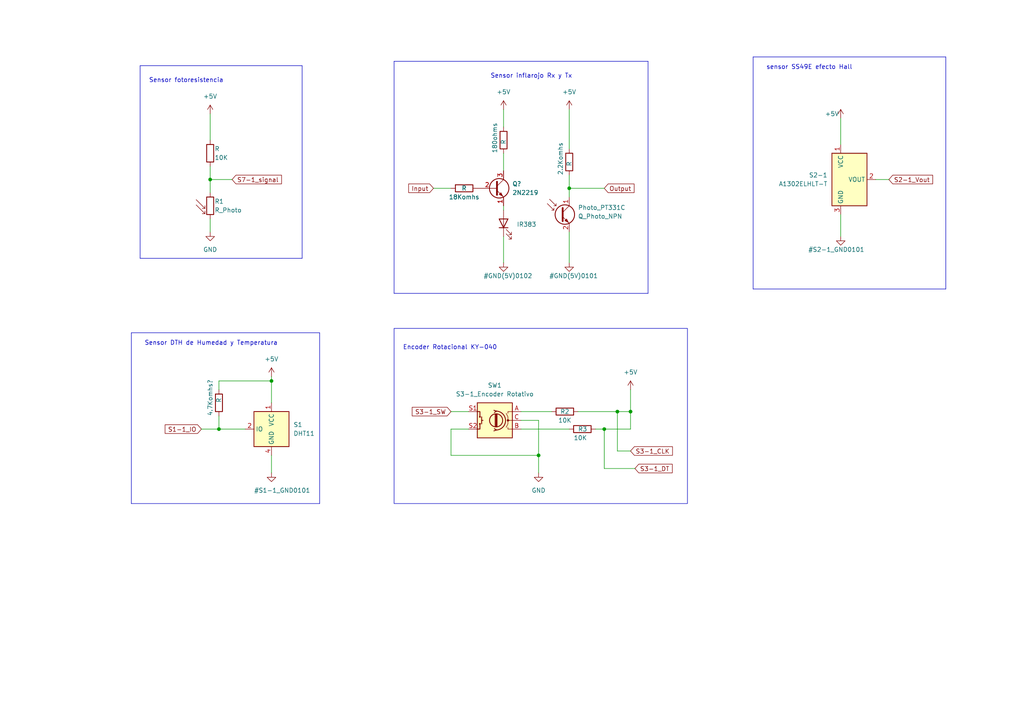
<source format=kicad_sch>
(kicad_sch (version 20230121) (generator eeschema)
  (paper "A4")
  (lib_symbols
    (symbol "+5V_1" (power) (pin_names (offset 0))
      (property "Value" "+5V_1" (at 0 3.556 0))
      (symbol "+5V_1_0_1"
        (polyline (pts (xy -0.762 1.27) (xy 0 2.54)))
        (polyline (pts (xy 0 0) (xy 0 2.54)))
        (polyline (pts (xy 0 2.54) (xy 0.762 1.27)))
      )
      (symbol "+5V_1_1_1"
        (pin power_in line (at 0 0 90) (length 0) hide (name "+5V") (number "1"))
      )
    )
    (symbol "+5V_2" (power) (pin_names (offset 0))
      (property "Value" "+5V_2" (at 0 3.556 0))
      (symbol "+5V_2_0_1"
        (polyline (pts (xy -0.762 1.27) (xy 0 2.54)))
        (polyline (pts (xy 0 0) (xy 0 2.54)))
        (polyline (pts (xy 0 2.54) (xy 0.762 1.27)))
      )
      (symbol "+5V_2_1_1"
        (pin power_in line (at 0 0 90) (length 0) hide (name "+5V") (number "1"))
      )
    )
    (symbol "Device:Q_Photo_NPN" (pin_names (offset 0) hide)
      (property "Reference" "Q" (at 5.08 1.27 0))
      (property "Value" "Q_Photo_NPN" (at 5.08 -1.27 0))
      (symbol "Q_Photo_NPN_0_1"
        (polyline (pts (xy -1.905 1.27) (xy -2.54 1.27)))
        (polyline (pts (xy -1.27 2.54) (xy -1.905 2.54)))
        (polyline (pts (xy 0.635 0.635) (xy 2.54 2.54)))
        (polyline (pts (xy -3.81 3.175) (xy -1.905 1.27) (xy -1.905 1.905)))
        (polyline (pts (xy -3.175 4.445) (xy -1.27 2.54) (xy -1.27 3.175)))
        (polyline (pts (xy 0.635 -0.635) (xy 2.54 -2.54) (xy 2.54 -2.54)))
        (polyline (pts (xy 0.635 1.905) (xy 0.635 -1.905) (xy 0.635 -1.905)) (stroke (width 0.508)))
        (polyline (pts (xy 1.27 -1.778) (xy 1.778 -1.27) (xy 2.286 -2.286) (xy 1.27 -1.778) (xy 1.27 -1.778)) (fill (type outline)))
        (circle (center 1.27 0) (radius 2.8194) (stroke (width 0.254)))
      )
      (symbol "Q_Photo_NPN_1_1"
        (pin passive line (at 2.54 5.08 270) (length 2.54) (name "C") (number "1"))
        (pin passive line (at 2.54 -5.08 90) (length 2.54) (name "E") (number "2"))
      )
    )
    (symbol "Device:R" (pin_numbers hide) (pin_names (offset 0))
      (property "Reference" "R" (at 2.032 0 90))
      (property "Value" "R" (at 0 0 90))
      (symbol "R_0_1"
        (rectangle (start -1.016 -2.54) (end 1.016 2.54) (stroke (width 0.254)))
      )
      (symbol "R_1_1"
        (pin passive line (at 0 3.81 270) (length 1.27) (name "~") (number "1"))
        (pin passive line (at 0 -3.81 90) (length 1.27) (name "~") (number "2"))
      )
    )
    (symbol "Device:R_Photo" (pin_numbers hide) (pin_names (offset 0))
      (property "Reference" "R" (at 1.27 1.27 0))
      (property "Value" "R_Photo" (at 1.27 0 0))
      (symbol "R_Photo_0_1"
        (rectangle (start -1.016 2.54) (end 1.016 -2.54) (stroke (width 0.254)))
        (polyline (pts (xy -1.524 -2.286) (xy -4.064 0.254)))
        (polyline (pts (xy -1.524 -2.286) (xy -2.286 -2.286)))
        (polyline (pts (xy -1.524 -2.286) (xy -1.524 -1.524)))
        (polyline (pts (xy -1.524 -0.762) (xy -4.064 1.778)))
        (polyline (pts (xy -1.524 -0.762) (xy -2.286 -0.762)))
        (polyline (pts (xy -1.524 -0.762) (xy -1.524 0)))
      )
      (symbol "R_Photo_1_1"
        (pin passive line (at 0 3.81 270) (length 1.27) (name "~") (number "1"))
        (pin passive line (at 0 -3.81 90) (length 1.27) (name "~") (number "2"))
      )
    )
    (symbol "Device:RotaryEncoder_Switch" (pin_names (offset 0.254) hide)
      (property "Reference" "SW" (at 0 6.604 0))
      (property "Value" "RotaryEncoder_Switch" (at 0 -6.604 0))
      (symbol "RotaryEncoder_Switch_0_1"
        (rectangle (start -5.08 5.08) (end 5.08 -5.08) (stroke (width 0.254)) (fill (type background)))
        (circle (center -3.81 0) (radius 0.254) (fill (type outline)))
        (circle (center -0.381 0) (radius 1.905) (stroke (width 0.254)))
        (arc (start -0.381 2.667) (mid -3.0988 -0.0635) (end -0.381 -2.794) (stroke (width 0.254)))
        (polyline (pts (xy -0.635 -1.778) (xy -0.635 1.778)) (stroke (width 0.254)))
        (polyline (pts (xy -0.381 -1.778) (xy -0.381 1.778)) (stroke (width 0.254)))
        (polyline (pts (xy -0.127 1.778) (xy -0.127 -1.778)) (stroke (width 0.254)))
        (polyline (pts (xy 3.81 0) (xy 3.429 0)) (stroke (width 0.254)))
        (polyline (pts (xy 3.81 1.016) (xy 3.81 -1.016)) (stroke (width 0.254)))
        (polyline (pts (xy -5.08 -2.54) (xy -3.81 -2.54) (xy -3.81 -2.032)))
        (polyline (pts (xy -5.08 2.54) (xy -3.81 2.54) (xy -3.81 2.032)))
        (polyline (pts (xy 0.254 -3.048) (xy -0.508 -2.794) (xy 0.127 -2.413)) (stroke (width 0.254)))
        (polyline (pts (xy 0.254 2.921) (xy -0.508 2.667) (xy 0.127 2.286)) (stroke (width 0.254)))
        (polyline (pts (xy 5.08 -2.54) (xy 4.318 -2.54) (xy 4.318 -1.016)) (stroke (width 0.254)))
        (polyline (pts (xy 5.08 2.54) (xy 4.318 2.54) (xy 4.318 1.016)) (stroke (width 0.254)))
        (polyline (pts (xy -5.08 0) (xy -3.81 0) (xy -3.81 -1.016) (xy -3.302 -2.032)))
        (polyline (pts (xy -4.318 0) (xy -3.81 0) (xy -3.81 1.016) (xy -3.302 2.032)))
        (circle (center 4.318 -1.016) (radius 0.127) (stroke (width 0.254)))
        (circle (center 4.318 1.016) (radius 0.127) (stroke (width 0.254)))
      )
      (symbol "RotaryEncoder_Switch_1_1"
        (pin passive line (at -7.62 2.54 0) (length 2.54) (name "A") (number "A"))
        (pin passive line (at -7.62 -2.54 0) (length 2.54) (name "B") (number "B"))
        (pin passive line (at -7.62 0 0) (length 2.54) (name "C") (number "C"))
        (pin passive line (at 7.62 2.54 180) (length 2.54) (name "S1") (number "S1"))
        (pin passive line (at 7.62 -2.54 180) (length 2.54) (name "S2") (number "S2"))
      )
    )
    (symbol "GND_1" (power) (pin_names (offset 0))
      (property "Value" "GND_1" (at 0 -3.81 0))
      (symbol "GND_1_0_1"
        (polyline (pts (xy 0 0) (xy 0 -1.27) (xy 1.27 -1.27) (xy 0 -2.54) (xy -1.27 -1.27) (xy 0 -1.27)))
      )
      (symbol "GND_1_1_1"
        (pin power_in line (at 0 0 270) (length 0) hide (name "GND") (number "1"))
      )
    )
    (symbol "GND_2" (power) (pin_names (offset 0))
      (property "Value" "GND_2" (at 0 -3.81 0))
      (symbol "GND_2_0_1"
        (polyline (pts (xy 0 0) (xy 0 -1.27) (xy 1.27 -1.27) (xy 0 -2.54) (xy -1.27 -1.27) (xy 0 -1.27)))
      )
      (symbol "GND_2_1_1"
        (pin power_in line (at 0 0 270) (length 0) hide (name "GND") (number "1"))
      )
    )
    (symbol "LED:IR26-21C_L110_TR8" (pin_numbers hide) (pin_names (offset 1.016) hide)
      (property "Reference" "D" (at 0 2.54 0))
      (property "Value" "IR26-21C_L110_TR8" (at 0 -3.81 0))
      (symbol "IR26-21C_L110_TR8_0_1"
        (polyline (pts (xy -1.27 -1.27) (xy -1.27 1.27)) (stroke (width 0.254)))
        (polyline (pts (xy -1.27 0) (xy 1.27 0)))
        (polyline (pts (xy 1.27 -1.27) (xy 1.27 1.27) (xy -1.27 0) (xy 1.27 -1.27)) (stroke (width 0.254)))
        (polyline (pts (xy -3.048 -0.762) (xy -4.572 -2.286) (xy -3.81 -2.286) (xy -4.572 -2.286) (xy -4.572 -1.524)))
        (polyline (pts (xy -1.778 -0.762) (xy -3.302 -2.286) (xy -2.54 -2.286) (xy -3.302 -2.286) (xy -3.302 -1.524)))
      )
      (symbol "IR26-21C_L110_TR8_1_1"
        (pin passive line (at -3.81 0 0) (length 2.54) (name "K") (number "1"))
        (pin passive line (at 3.81 0 180) (length 2.54) (name "A") (number "2"))
      )
    )
    (symbol "Sensor:DHT11"
      (property "Reference" "U" (at -3.81 6.35 0))
      (property "Value" "DHT11" (at 3.81 6.35 0))
      (symbol "DHT11_0_1"
        (rectangle (start -5.08 5.08) (end 5.08 -5.08) (stroke (width 0.254)) (fill (type background)))
      )
      (symbol "DHT11_1_1"
        (pin power_in line (at 0 7.62 270) (length 2.54) (name "VCC") (number "1"))
        (pin bidirectional line (at 7.62 0 180) (length 2.54) (name "IO") (number "2"))
        (pin no_connect line (at -5.08 0 0) (length 2.54) hide (name "NC") (number "3"))
        (pin power_in line (at 0 -7.62 90) (length 2.54) (name "GND") (number "4"))
      )
    )
    (symbol "Sensor_Magnetic:A1302ELHLT-T"
      (property "Reference" "U" (at 0 11.43 0))
      (property "Value" "A1302ELHLT-T" (at 0 8.89 0))
      (symbol "A1302ELHLT-T_0_1"
        (rectangle (start -5.08 7.62) (end 5.08 -7.62) (stroke (width 0.254)) (fill (type background)))
      )
      (symbol "A1302ELHLT-T_1_1"
        (pin power_in line (at -2.54 10.16 270) (length 2.54) (name "VCC") (number "1"))
        (pin output line (at 7.62 0 180) (length 2.54) (name "VOUT") (number "2"))
        (pin power_in line (at -2.54 -10.16 90) (length 2.54) (name "GND") (number "3"))
      )
    )
    (symbol "Transistor_BJT:2N2219" (pin_names (offset 0) hide)
      (property "Reference" "Q" (at 5.08 1.905 0))
      (property "Value" "2N2219" (at 5.08 0 0))
      (symbol "2N2219_0_1"
        (polyline (pts (xy 0.635 0.635) (xy 2.54 2.54)))
        (polyline (pts (xy 0.635 -0.635) (xy 2.54 -2.54) (xy 2.54 -2.54)))
        (polyline (pts (xy 0.635 1.905) (xy 0.635 -1.905) (xy 0.635 -1.905)) (stroke (width 0.508)))
        (polyline (pts (xy 1.27 -1.778) (xy 1.778 -1.27) (xy 2.286 -2.286) (xy 1.27 -1.778) (xy 1.27 -1.778)) (fill (type outline)))
        (circle (center 1.27 0) (radius 2.8194) (stroke (width 0.254)))
      )
      (symbol "2N2219_1_1"
        (pin passive line (at 2.54 -5.08 90) (length 2.54) (name "E") (number "1"))
        (pin passive line (at -5.08 0 0) (length 5.715) (name "B") (number "2"))
        (pin passive line (at 2.54 5.08 270) (length 2.54) (name "C") (number "3"))
      )
    )
    (symbol "power:+5V" (power) (pin_names (offset 0))
      (property "Value" "+5V" (at 0 3.556 0))
      (symbol "+5V_0_1"
        (polyline (pts (xy -0.762 1.27) (xy 0 2.54)))
        (polyline (pts (xy 0 0) (xy 0 2.54)))
        (polyline (pts (xy 0 2.54) (xy 0.762 1.27)))
      )
      (symbol "+5V_1_1"
        (pin power_in line (at 0 0 90) (length 0) hide (name "+5V") (number "1"))
      )
    )
    (symbol "power:GND" (power) (pin_names (offset 0))
      (property "Value" "GND" (at 0 -3.81 0))
      (symbol "GND_0_1"
        (polyline (pts (xy 0 0) (xy 0 -1.27) (xy 1.27 -1.27) (xy 0 -2.54) (xy -1.27 -1.27) (xy 0 -1.27)))
      )
      (symbol "GND_1_1"
        (pin power_in line (at 0 0 270) (length 0) hide (name "GND") (number "1"))
      )
    )
  )
  (junction (at 179.07 119.38))
  (junction (at 63.5 124.46))
  (junction (at 165.1 54.61))
  (junction (at 78.74 110.49))
  (junction (at 182.88 119.38))
  (junction (at 60.96 52.07))
  (junction (at 156.21 132.08))
  (junction (at 175.26 124.46))
  (wire (pts (xy 63.5 113.03) (xy 63.5 110.49)))
  (wire (pts (xy 60.96 52.07) (xy 60.96 55.88)))
  (wire (pts (xy 167.64 119.38) (xy 179.07 119.38)))
  (wire (pts (xy 135.89 124.46) (xy 130.81 124.46)))
  (wire (pts (xy 156.21 121.92) (xy 156.21 132.08)))
  (wire (pts (xy 184.15 135.89) (xy 175.26 135.89)))
  (polyline (pts (xy 40.64 19.05) (xy 40.64 74.93)))
  (wire (pts (xy 130.81 119.38) (xy 135.89 119.38)))
  (wire (pts (xy 146.05 44.45) (xy 146.05 49.53)))
  (polyline (pts (xy 38.1 146.05) (xy 92.71 146.05)))
  (wire (pts (xy 179.07 130.81) (xy 179.07 119.38)))
  (wire (pts (xy 146.05 68.58) (xy 146.05 76.2)))
  (wire (pts (xy 182.88 119.38) (xy 182.88 124.46)))
  (wire (pts (xy 125.73 54.61) (xy 130.81 54.61)))
  (wire (pts (xy 78.74 109.22) (xy 78.74 110.49)))
  (wire (pts (xy 146.05 31.75) (xy 146.05 36.83)))
  (wire (pts (xy 165.1 50.8) (xy 165.1 54.61)))
  (polyline (pts (xy 38.1 96.52) (xy 38.1 146.05)))
  (wire (pts (xy 151.13 119.38) (xy 160.02 119.38)))
  (wire (pts (xy 254 52.07) (xy 257.81 52.07)))
  (wire (pts (xy 60.96 33.02) (xy 60.96 40.64)))
  (polyline (pts (xy 114.3 17.78) (xy 114.3 85.09)))
  (wire (pts (xy 165.1 31.75) (xy 165.1 43.18)))
  (polyline (pts (xy 218.44 83.82) (xy 274.32 83.82)))
  (polyline (pts (xy 274.32 83.82) (xy 274.32 16.51)))
  (polyline (pts (xy 40.64 19.05) (xy 87.63 19.05)))
  (polyline (pts (xy 38.1 96.52) (xy 92.71 96.52)))
  (wire (pts (xy 130.81 132.08) (xy 156.21 132.08)))
  (wire (pts (xy 78.74 110.49) (xy 78.74 116.84)))
  (wire (pts (xy 151.13 124.46) (xy 165.1 124.46)))
  (wire (pts (xy 243.84 62.23) (xy 243.84 68.58)))
  (wire (pts (xy 179.07 119.38) (xy 182.88 119.38)))
  (wire (pts (xy 175.26 124.46) (xy 182.88 124.46)))
  (wire (pts (xy 58.42 124.46) (xy 63.5 124.46)))
  (wire (pts (xy 182.88 130.81) (xy 179.07 130.81)))
  (polyline (pts (xy 40.64 74.93) (xy 87.63 74.93)))
  (wire (pts (xy 165.1 54.61) (xy 165.1 57.15)))
  (wire (pts (xy 60.96 63.5) (xy 60.96 67.31)))
  (wire (pts (xy 63.5 110.49) (xy 78.74 110.49)))
  (wire (pts (xy 60.96 48.26) (xy 60.96 52.07)))
  (wire (pts (xy 165.1 54.61) (xy 175.26 54.61)))
  (wire (pts (xy 78.74 132.08) (xy 78.74 137.16)))
  (wire (pts (xy 172.72 124.46) (xy 175.26 124.46)))
  (wire (pts (xy 60.96 52.07) (xy 67.31 52.07)))
  (wire (pts (xy 130.81 124.46) (xy 130.81 132.08)))
  (polyline (pts (xy 218.44 16.51) (xy 218.44 83.82)))
  (wire (pts (xy 146.05 59.69) (xy 146.05 60.96)))
  (wire (pts (xy 182.88 119.38) (xy 182.88 113.03)))
  (polyline (pts (xy 87.63 74.93) (xy 87.63 19.05)))
  (polyline (pts (xy 114.3 85.09) (xy 187.96 85.09)))
  (polyline (pts (xy 92.71 146.05) (xy 92.71 96.52)))
  (polyline (pts (xy 218.44 16.51) (xy 274.32 16.51)))
  (wire (pts (xy 165.1 67.31) (xy 165.1 76.2)))
  (wire (pts (xy 175.26 124.46) (xy 175.26 135.89)))
  (polyline (pts (xy 187.96 85.09) (xy 187.96 17.78)))
  (wire (pts (xy 151.13 121.92) (xy 156.21 121.92)))
  (wire (pts (xy 63.5 124.46) (xy 71.12 124.46)))
  (wire (pts (xy 243.84 34.29) (xy 243.84 41.91)))
  (wire (pts (xy 156.21 132.08) (xy 156.21 137.16)))
  (polyline (pts (xy 114.3 17.78) (xy 187.96 17.78)))
  (wire (pts (xy 63.5 120.65) (xy 63.5 124.46)))
  (rectangle (start 114.3 95.25) (end 199.39 146.05))
  (text "Encoder Rotacional KY-040\n" (at 116.84 101.6 0) (effects (font (size 1.27 1.27)) (justify left bottom)))
  (text "Sensor inflarojo Rx y Tx\n" (at 142.24 22.86 0) (effects (font (size 1.27 1.27)) (justify left bottom)))
  (text "Sensor DTH de Humedad y Temperatura\n" (at 41.91 100.33 0) (effects (font (size 1.27 1.27)) (justify left bottom)))
  (text "Sensor fotoresistencia\n" (at 43.18 24.13 0) (effects (font (size 1.27 1.27)) (justify left bottom)))
  (text "sensor SS49E efecto Hall\n" (at 222.25 20.32 0) (effects (font (size 1.27 1.27)) (justify left bottom)))
  (global_label "Input" (shape input) (at 125.73 54.61 180) (property "Intersheetrefs" "${INTERSHEET_REFS}" (effects hide)))
  (global_label "S1-1_IO" (shape input) (at 58.42 124.46 180) (property "Intersheetrefs" "${INTERSHEET_REFS}" (effects hide)))
  (global_label "S3-1_SW" (shape input) (at 130.81 119.38 180) (property "Intersheetrefs" "${INTERSHEET_REFS}" (effects hide)))
  (global_label "S2-1_Vout" (shape input) (at 257.81 52.07 0) (property "Intersheetrefs" "${INTERSHEET_REFS}" (effects hide)))
  (global_label "S7-1_signal" (shape input) (at 67.31 52.07 0) (property "Intersheetrefs" "${INTERSHEET_REFS}" (effects hide)))
  (global_label "S3-1_CLK" (shape input) (at 182.88 130.81 0) (property "Intersheetrefs" "${INTERSHEET_REFS}" (effects hide)))
  (global_label "Output" (shape input) (at 175.26 54.61 0) (property "Intersheetrefs" "${INTERSHEET_REFS}" (effects hide)))
  (global_label "S3-1_DT" (shape input) (at 184.15 135.89 0) (property "Intersheetrefs" "${INTERSHEET_REFS}" (effects hide)))
  (symbol (lib_id "Device:R") (at 63.5 116.84 0) (unit 1)
    (property "Reference" "4.7Komhs?" (at 60.96 120.65 90) (effects (justify left)))
    (property "Value" "R" (at 63.5 116.84 90) (effects (justify left)))
  )
  (symbol (lib_id "Device:R") (at 163.83 119.38 270) (unit 1)
    (property "Reference" "R2" (at 163.83 119.38 90))
    (property "Value" "10K" (at 163.83 121.92 90))
  )
  (symbol (lib_id "Device:R") (at 60.96 44.45 0) (unit 1)
    (property "Reference" "R" (at 62.23 43.18 0) (effects (justify left)))
    (property "Value" "10K" (at 62.23 45.72 0) (effects (justify left)))
  )
  (symbol (lib_id "Device:RotaryEncoder_Switch") (at 143.51 121.92 0) (mirror y) (unit 1)
    (property "Reference" "SW1" (at 143.51 111.76 0))
    (property "Value" "S3-1_Encoder Rotativo" (at 143.51 114.3 0))
  )
  (symbol (lib_id "Device:Q_Photo_NPN") (at 162.56 62.23 0) (unit 1)
    (property "Reference" "Photo_PT331C" (at 167.64 60.2106 0) (effects (justify left)))
    (property "Value" "Q_Photo_NPN" (at 167.64 62.7506 0) (effects (justify left)))
  )
  (symbol (lib_name "+5V_2") (lib_id "power:+5V") (at 182.88 113.03 0) (unit 1)
    (property "Reference" "#PWR03" (effects hide))
    (property "Value" "+5V" (at 182.88 107.95 0))
  )
  (symbol (lib_id "power:GND") (at 78.74 137.16 0) (unit 1)
    (property "Reference" "S1-1_GND" (at 73.66 142.24 0) (effects (justify left)))
    (property "Value" "GND" (effects hide))
  )
  (symbol (lib_name "+5V_1") (lib_id "power:+5V") (at 60.96 33.02 0) (unit 1)
    (property "Reference" "#PWR01" (effects hide))
    (property "Value" "+5V" (at 60.96 27.94 0))
  )
  (symbol (lib_id "power:+5V") (at 165.1 31.75 0) (unit 1)
    (property "Reference" "#PWR?" (effects hide))
    (property "Value" "+5V" (at 165.1 26.67 0))
  )
  (symbol (lib_id "power:+5V") (at 243.84 34.29 0) (mirror y) (unit 1)
    (property "Reference" "#PWR?" (effects hide))
    (property "Value" "+5V" (at 241.3 33.02 0))
  )
  (symbol (lib_name "GND_2") (lib_id "power:GND") (at 156.21 137.16 0) (unit 1)
    (property "Reference" "#PWR04" (effects hide))
    (property "Value" "GND" (at 156.21 142.24 0))
  )
  (symbol (lib_id "Device:R") (at 134.62 54.61 90) (unit 1)
    (property "Reference" "18Komhs" (at 134.62 57.15 90))
    (property "Value" "R" (at 134.62 54.61 90))
  )
  (symbol (lib_id "power:+5V") (at 146.05 31.75 0) (unit 1)
    (property "Reference" "#PWR?" (effects hide))
    (property "Value" "+5V" (at 146.05 26.67 0))
  )
  (symbol (lib_name "GND_1") (lib_id "power:GND") (at 60.96 67.31 0) (unit 1)
    (property "Reference" "#PWR02" (effects hide))
    (property "Value" "GND" (at 60.96 72.39 0))
  )
  (symbol (lib_id "Device:R_Photo") (at 60.96 59.69 0) (unit 1)
    (property "Reference" "R1" (at 62.23 58.42 0) (effects (justify left)))
    (property "Value" "R_Photo" (at 62.23 60.96 0) (effects (justify left)))
  )
  (symbol (lib_id "Device:R") (at 165.1 46.99 0) (unit 1)
    (property "Reference" "2.2Komhs" (at 162.56 50.8 90) (effects (justify left)))
    (property "Value" "R" (at 165.1 48.26 90) (effects (justify left)))
  )
  (symbol (lib_id "Transistor_BJT:2N2219") (at 143.51 54.61 0) (unit 1)
    (property "Reference" "Q?" (at 148.59 53.3399 0) (effects (justify left)))
    (property "Value" "2N2219" (at 148.59 55.8799 0) (effects (justify left)))
    (property "Footprint" "Package_TO_SOT_THT:TO-39-3" (effects hide))
    (property "Datasheet" "http://www.onsemi.com/pub_link/Collateral/2N2219-D.PDF" (effects hide))
  )
  (symbol (lib_id "power:+5V") (at 78.74 109.22 0) (unit 1)
    (property "Reference" "#PWR?" (effects hide))
    (property "Value" "+5V" (at 78.74 104.14 0))
  )
  (symbol (lib_id "power:GND") (at 146.05 76.2 0) (unit 1)
    (property "Reference" "GND(5V)" (at 147.32 80.01 0))
    (property "Value" "GND" (effects hide))
  )
  (symbol (lib_id "power:GND") (at 243.84 68.58 0) (mirror y) (unit 1)
    (property "Reference" "S2-1_GND" (at 242.57 72.39 0))
    (property "Value" "GND" (effects hide))
  )
  (symbol (lib_id "Device:R") (at 168.91 124.46 270) (unit 1)
    (property "Reference" "R3" (at 167.64 124.46 90) (effects (justify left)))
    (property "Value" "10K" (at 166.37 127 90) (effects (justify left)))
  )
  (symbol (lib_id "power:GND") (at 165.1 76.2 0) (unit 1)
    (property "Reference" "GND(5V)" (at 166.37 80.01 0))
    (property "Value" "GND" (effects hide))
  )
  (symbol (lib_id "Sensor:DHT11") (at 78.74 124.46 0) (mirror y) (unit 1)
    (property "Reference" "S1" (at 85.09 123.19 0) (effects (justify right)))
    (property "Value" "DHT11" (at 85.09 125.73 0) (effects (justify right)))
    (property "Footprint" "Sensor:Aosong_DHT11_5.5x12.0_P2.54mm" (effects hide))
    (property "Datasheet" "http://akizukidenshi.com/download/ds/aosong/DHT11.pdf" (effects hide))
  )
  (symbol (lib_id "Sensor_Magnetic:A1302ELHLT-T") (at 246.38 52.07 0) (unit 1)
    (property "Reference" "S2-1" (at 240.03 50.8 0) (effects (justify right)))
    (property "Value" "A1302ELHLT-T" (at 240.03 53.34 0) (effects (justify right)))
    (property "Footprint" "Package_TO_SOT_SMD:SOT-23W" (effects hide))
    (property "Datasheet" "http://www.allegromicro.com/~/media/Files/Datasheets/A1301-2-Datasheet.ashx" (effects hide))
  )
  (symbol (lib_id "Device:R") (at 146.05 40.64 0) (unit 1)
    (property "Reference" "180ohms" (at 143.51 44.45 90) (effects (justify left)))
    (property "Value" "R" (at 146.05 41.91 90) (effects (justify left)))
  )
  (symbol (lib_id "LED:IR26-21C_L110_TR8") (at 146.05 64.77 90) (unit 1)
    (property "Reference" "IR383" (at 149.86 65.0874 90) (effects (justify right)))
    (property "Value" "IR26-21C_L110_TR8" (effects hide))
    (property "Footprint" "LED_SMD:LED_1206_3216Metric" (effects hide))
    (property "Datasheet" "http://www.everlight.com/file/ProductFile/IR26-21C-L110-TR8.pdf" (effects hide))
  )
)
</source>
